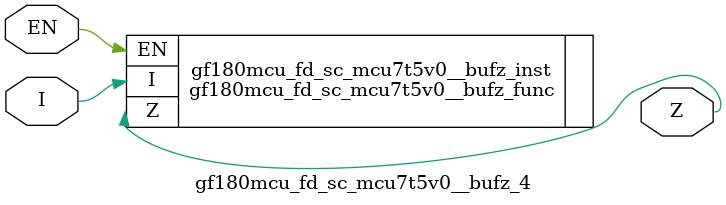
<source format=v>

`ifndef GF180MCU_FD_SC_MCU7T5V0__BUFZ_4_V
`define GF180MCU_FD_SC_MCU7T5V0__BUFZ_4_V

`include "gf180mcu_fd_sc_mcu7t5v0__bufz.v"

`ifdef USE_POWER_PINS
module gf180mcu_fd_sc_mcu7t5v0__bufz_4( EN, I, Z, VDD, VSS );
inout VDD, VSS;
`else // If not USE_POWER_PINS
module gf180mcu_fd_sc_mcu7t5v0__bufz_4( EN, I, Z );
`endif // If not USE_POWER_PINS
input EN, I;
output Z;

`ifdef USE_POWER_PINS
  gf180mcu_fd_sc_mcu7t5v0__bufz_func gf180mcu_fd_sc_mcu7t5v0__bufz_inst(.EN(EN),.I(I),.Z(Z),.VDD(VDD),.VSS(VSS));
`else // If not USE_POWER_PINS
  gf180mcu_fd_sc_mcu7t5v0__bufz_func gf180mcu_fd_sc_mcu7t5v0__bufz_inst(.EN(EN),.I(I),.Z(Z));
`endif // If not USE_POWER_PINS

`ifndef FUNCTIONAL
	// spec_gates_begin


	// spec_gates_end



   specify

	// specify_block_begin

	// comb arc EN --> Z
	 (EN => Z) = (1.0,1.0);

	// comb arc I --> Z
	 (I => Z) = (1.0,1.0);

	// specify_block_end

   endspecify

   `endif

endmodule
`endif // GF180MCU_FD_SC_MCU7T5V0__BUFZ_4_V

</source>
